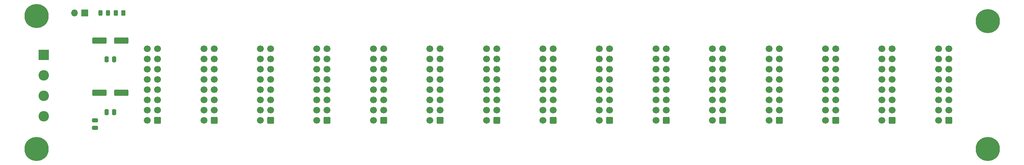
<source format=gbr>
%TF.GenerationSoftware,KiCad,Pcbnew,(6.0.0-0)*%
%TF.CreationDate,2022-11-09T21:07:36-05:00*%
%TF.ProjectId,POWER_DISTRIBUTION,504f5745-525f-4444-9953-545249425554,rev?*%
%TF.SameCoordinates,Original*%
%TF.FileFunction,Soldermask,Top*%
%TF.FilePolarity,Negative*%
%FSLAX46Y46*%
G04 Gerber Fmt 4.6, Leading zero omitted, Abs format (unit mm)*
G04 Created by KiCad (PCBNEW (6.0.0-0)) date 2022-11-09 21:07:36*
%MOMM*%
%LPD*%
G01*
G04 APERTURE LIST*
G04 Aperture macros list*
%AMRoundRect*
0 Rectangle with rounded corners*
0 $1 Rounding radius*
0 $2 $3 $4 $5 $6 $7 $8 $9 X,Y pos of 4 corners*
0 Add a 4 corners polygon primitive as box body*
4,1,4,$2,$3,$4,$5,$6,$7,$8,$9,$2,$3,0*
0 Add four circle primitives for the rounded corners*
1,1,$1+$1,$2,$3*
1,1,$1+$1,$4,$5*
1,1,$1+$1,$6,$7*
1,1,$1+$1,$8,$9*
0 Add four rect primitives between the rounded corners*
20,1,$1+$1,$2,$3,$4,$5,0*
20,1,$1+$1,$4,$5,$6,$7,0*
20,1,$1+$1,$6,$7,$8,$9,0*
20,1,$1+$1,$8,$9,$2,$3,0*%
G04 Aperture macros list end*
%ADD10C,0.800000*%
%ADD11C,6.000000*%
%ADD12RoundRect,0.250000X0.600000X0.600000X-0.600000X0.600000X-0.600000X-0.600000X0.600000X-0.600000X0*%
%ADD13C,1.700000*%
%ADD14RoundRect,0.250000X-1.500000X-0.550000X1.500000X-0.550000X1.500000X0.550000X-1.500000X0.550000X0*%
%ADD15R,2.600000X2.600000*%
%ADD16C,2.600000*%
%ADD17RoundRect,0.250000X-0.250000X-0.475000X0.250000X-0.475000X0.250000X0.475000X-0.250000X0.475000X0*%
%ADD18R,1.700000X1.700000*%
%ADD19O,1.700000X1.700000*%
%ADD20RoundRect,0.250000X-0.475000X0.250000X-0.475000X-0.250000X0.475000X-0.250000X0.475000X0.250000X0*%
%ADD21RoundRect,0.243750X0.243750X0.456250X-0.243750X0.456250X-0.243750X-0.456250X0.243750X-0.456250X0*%
%ADD22RoundRect,0.250000X-0.262500X-0.450000X0.262500X-0.450000X0.262500X0.450000X-0.262500X0.450000X0*%
G04 APERTURE END LIST*
D10*
%TO.C,REF\u002A\u002A*%
X265750990Y-58994990D03*
D11*
X264160000Y-57404000D03*
D10*
X264160000Y-59654000D03*
X262569010Y-58994990D03*
X266410000Y-57404000D03*
X265750990Y-55813010D03*
X261910000Y-57404000D03*
X262569010Y-55813010D03*
X264160000Y-55154000D03*
%TD*%
D12*
%TO.C,J1*%
X114473856Y-82042000D03*
D13*
X111933856Y-82042000D03*
X114473856Y-79502000D03*
X111933856Y-79502000D03*
X114473856Y-76962000D03*
X111933856Y-76962000D03*
X114473856Y-74422000D03*
X111933856Y-74422000D03*
X114473856Y-71882000D03*
X111933856Y-71882000D03*
X114473856Y-69342000D03*
X111933856Y-69342000D03*
X114473856Y-66802000D03*
X111933856Y-66802000D03*
X114473856Y-64262000D03*
X111933856Y-64262000D03*
%TD*%
D12*
%TO.C,J5*%
X240496032Y-82042000D03*
D13*
X237956032Y-82042000D03*
X240496032Y-79502000D03*
X237956032Y-79502000D03*
X240496032Y-76962000D03*
X237956032Y-76962000D03*
X240496032Y-74422000D03*
X237956032Y-74422000D03*
X240496032Y-71882000D03*
X237956032Y-71882000D03*
X240496032Y-69342000D03*
X237956032Y-69342000D03*
X240496032Y-66802000D03*
X237956032Y-66802000D03*
X240496032Y-64262000D03*
X237956032Y-64262000D03*
%TD*%
D12*
%TO.C,J8*%
X226493568Y-82042000D03*
D13*
X223953568Y-82042000D03*
X226493568Y-79502000D03*
X223953568Y-79502000D03*
X226493568Y-76962000D03*
X223953568Y-76962000D03*
X226493568Y-74422000D03*
X223953568Y-74422000D03*
X226493568Y-71882000D03*
X223953568Y-71882000D03*
X226493568Y-69342000D03*
X223953568Y-69342000D03*
X226493568Y-66802000D03*
X223953568Y-66802000D03*
X226493568Y-64262000D03*
X223953568Y-64262000D03*
%TD*%
D14*
%TO.C,C6*%
X44036000Y-62230000D03*
X49436000Y-62230000D03*
%TD*%
D15*
%TO.C,J13*%
X30226000Y-65786000D03*
D16*
X30226000Y-70866000D03*
X30226000Y-75946000D03*
X30226000Y-81026000D03*
%TD*%
D12*
%TO.C,J3*%
X72466464Y-82042000D03*
D13*
X69926464Y-82042000D03*
X72466464Y-79502000D03*
X69926464Y-79502000D03*
X72466464Y-76962000D03*
X69926464Y-76962000D03*
X72466464Y-74422000D03*
X69926464Y-74422000D03*
X72466464Y-71882000D03*
X69926464Y-71882000D03*
X72466464Y-69342000D03*
X69926464Y-69342000D03*
X72466464Y-66802000D03*
X69926464Y-66802000D03*
X72466464Y-64262000D03*
X69926464Y-64262000D03*
%TD*%
D10*
%TO.C,REF\u002A\u002A*%
X264160000Y-91404000D03*
X264160000Y-86904000D03*
X262569010Y-90744990D03*
X265750990Y-87563010D03*
X262569010Y-87563010D03*
X265750990Y-90744990D03*
X266410000Y-89154000D03*
D11*
X264160000Y-89154000D03*
D10*
X261910000Y-89154000D03*
%TD*%
D17*
%TO.C,C5*%
X45786000Y-66924000D03*
X47686000Y-66924000D03*
%TD*%
D12*
%TO.C,J15*%
X198488640Y-82042000D03*
D13*
X195948640Y-82042000D03*
X198488640Y-79502000D03*
X195948640Y-79502000D03*
X198488640Y-76962000D03*
X195948640Y-76962000D03*
X198488640Y-74422000D03*
X195948640Y-74422000D03*
X198488640Y-71882000D03*
X195948640Y-71882000D03*
X198488640Y-69342000D03*
X195948640Y-69342000D03*
X198488640Y-66802000D03*
X195948640Y-66802000D03*
X198488640Y-64262000D03*
X195948640Y-64262000D03*
%TD*%
D18*
%TO.C,SW1*%
X40386000Y-55372000D03*
D19*
X37846000Y-55372000D03*
%TD*%
D12*
%TO.C,J4*%
X184486176Y-82042000D03*
D13*
X181946176Y-82042000D03*
X184486176Y-79502000D03*
X181946176Y-79502000D03*
X184486176Y-76962000D03*
X181946176Y-76962000D03*
X184486176Y-74422000D03*
X181946176Y-74422000D03*
X184486176Y-71882000D03*
X181946176Y-71882000D03*
X184486176Y-69342000D03*
X181946176Y-69342000D03*
X184486176Y-66802000D03*
X181946176Y-66802000D03*
X184486176Y-64262000D03*
X181946176Y-64262000D03*
%TD*%
D12*
%TO.C,J2*%
X212491104Y-82042000D03*
D13*
X209951104Y-82042000D03*
X212491104Y-79502000D03*
X209951104Y-79502000D03*
X212491104Y-76962000D03*
X209951104Y-76962000D03*
X212491104Y-74422000D03*
X209951104Y-74422000D03*
X212491104Y-71882000D03*
X209951104Y-71882000D03*
X212491104Y-69342000D03*
X209951104Y-69342000D03*
X212491104Y-66802000D03*
X209951104Y-66802000D03*
X212491104Y-64262000D03*
X209951104Y-64262000D03*
%TD*%
D12*
%TO.C,J12*%
X142478784Y-82042000D03*
D13*
X139938784Y-82042000D03*
X142478784Y-79502000D03*
X139938784Y-79502000D03*
X142478784Y-76962000D03*
X139938784Y-76962000D03*
X142478784Y-74422000D03*
X139938784Y-74422000D03*
X142478784Y-71882000D03*
X139938784Y-71882000D03*
X142478784Y-69342000D03*
X139938784Y-69342000D03*
X142478784Y-66802000D03*
X139938784Y-66802000D03*
X142478784Y-64262000D03*
X139938784Y-64262000D03*
%TD*%
D12*
%TO.C,J14*%
X100471392Y-82042000D03*
D13*
X97931392Y-82042000D03*
X100471392Y-79502000D03*
X97931392Y-79502000D03*
X100471392Y-76962000D03*
X97931392Y-76962000D03*
X100471392Y-74422000D03*
X97931392Y-74422000D03*
X100471392Y-71882000D03*
X97931392Y-71882000D03*
X100471392Y-69342000D03*
X97931392Y-69342000D03*
X100471392Y-66802000D03*
X97931392Y-66802000D03*
X100471392Y-64262000D03*
X97931392Y-64262000D03*
%TD*%
D14*
%TO.C,C2*%
X44036000Y-75184000D03*
X49436000Y-75184000D03*
%TD*%
D10*
%TO.C,REF\u002A\u002A*%
X26198000Y-89154000D03*
X28448000Y-86904000D03*
D11*
X28448000Y-89154000D03*
D10*
X28448000Y-91404000D03*
X26857010Y-90744990D03*
X30038990Y-90744990D03*
X30698000Y-89154000D03*
X26857010Y-87563010D03*
X30038990Y-87563010D03*
%TD*%
D20*
%TO.C,C3*%
X42926000Y-82042000D03*
X42926000Y-83942000D03*
%TD*%
D12*
%TO.C,J11*%
X128476320Y-82042000D03*
D13*
X125936320Y-82042000D03*
X128476320Y-79502000D03*
X125936320Y-79502000D03*
X128476320Y-76962000D03*
X125936320Y-76962000D03*
X128476320Y-74422000D03*
X125936320Y-74422000D03*
X128476320Y-71882000D03*
X125936320Y-71882000D03*
X128476320Y-69342000D03*
X125936320Y-69342000D03*
X128476320Y-66802000D03*
X125936320Y-66802000D03*
X128476320Y-64262000D03*
X125936320Y-64262000D03*
%TD*%
D17*
%TO.C,C4*%
X45786000Y-80010000D03*
X47686000Y-80010000D03*
%TD*%
D11*
%TO.C,REF\u002A\u002A*%
X28448000Y-56134000D03*
D10*
X28448000Y-53884000D03*
X28448000Y-58384000D03*
X30038990Y-54543010D03*
X26198000Y-56134000D03*
X30038990Y-57724990D03*
X26857010Y-57724990D03*
X30698000Y-56134000D03*
X26857010Y-54543010D03*
%TD*%
D21*
%TO.C,D1*%
X46149500Y-55372000D03*
X44274500Y-55372000D03*
%TD*%
D12*
%TO.C,J6*%
X58464000Y-82042000D03*
D13*
X55924000Y-82042000D03*
X58464000Y-79502000D03*
X55924000Y-79502000D03*
X58464000Y-76962000D03*
X55924000Y-76962000D03*
X58464000Y-74422000D03*
X55924000Y-74422000D03*
X58464000Y-71882000D03*
X55924000Y-71882000D03*
X58464000Y-69342000D03*
X55924000Y-69342000D03*
X58464000Y-66802000D03*
X55924000Y-66802000D03*
X58464000Y-64262000D03*
X55924000Y-64262000D03*
%TD*%
D12*
%TO.C,J16*%
X254498500Y-82042000D03*
D13*
X251958500Y-82042000D03*
X254498500Y-79502000D03*
X251958500Y-79502000D03*
X254498500Y-76962000D03*
X251958500Y-76962000D03*
X254498500Y-74422000D03*
X251958500Y-74422000D03*
X254498500Y-71882000D03*
X251958500Y-71882000D03*
X254498500Y-69342000D03*
X251958500Y-69342000D03*
X254498500Y-66802000D03*
X251958500Y-66802000D03*
X254498500Y-64262000D03*
X251958500Y-64262000D03*
%TD*%
D12*
%TO.C,J7*%
X170483712Y-82042000D03*
D13*
X167943712Y-82042000D03*
X170483712Y-79502000D03*
X167943712Y-79502000D03*
X170483712Y-76962000D03*
X167943712Y-76962000D03*
X170483712Y-74422000D03*
X167943712Y-74422000D03*
X170483712Y-71882000D03*
X167943712Y-71882000D03*
X170483712Y-69342000D03*
X167943712Y-69342000D03*
X170483712Y-66802000D03*
X167943712Y-66802000D03*
X170483712Y-64262000D03*
X167943712Y-64262000D03*
%TD*%
D12*
%TO.C,J9*%
X156481248Y-82042000D03*
D13*
X153941248Y-82042000D03*
X156481248Y-79502000D03*
X153941248Y-79502000D03*
X156481248Y-76962000D03*
X153941248Y-76962000D03*
X156481248Y-74422000D03*
X153941248Y-74422000D03*
X156481248Y-71882000D03*
X153941248Y-71882000D03*
X156481248Y-69342000D03*
X153941248Y-69342000D03*
X156481248Y-66802000D03*
X153941248Y-66802000D03*
X156481248Y-64262000D03*
X153941248Y-64262000D03*
%TD*%
D22*
%TO.C,R1*%
X48109500Y-55327000D03*
X49934500Y-55327000D03*
%TD*%
D12*
%TO.C,J10*%
X86468928Y-82042000D03*
D13*
X83928928Y-82042000D03*
X86468928Y-79502000D03*
X83928928Y-79502000D03*
X86468928Y-76962000D03*
X83928928Y-76962000D03*
X86468928Y-74422000D03*
X83928928Y-74422000D03*
X86468928Y-71882000D03*
X83928928Y-71882000D03*
X86468928Y-69342000D03*
X83928928Y-69342000D03*
X86468928Y-66802000D03*
X83928928Y-66802000D03*
X86468928Y-64262000D03*
X83928928Y-64262000D03*
%TD*%
M02*

</source>
